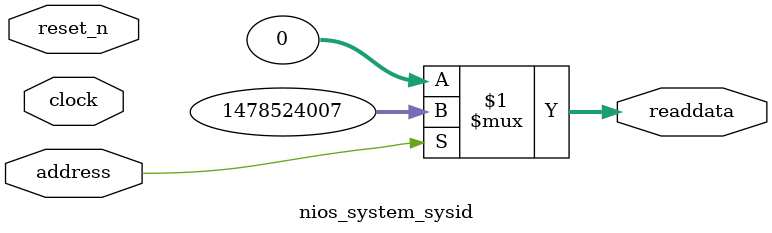
<source format=v>

`timescale 1ns / 1ps
// synthesis translate_on

// turn off superfluous verilog processor warnings 
// altera message_level Level1 
// altera message_off 10034 10035 10036 10037 10230 10240 10030 

module nios_system_sysid (
               // inputs:
                address,
                clock,
                reset_n,

               // outputs:
                readdata
             )
;

  output  [ 31: 0] readdata;
  input            address;
  input            clock;
  input            reset_n;

  wire    [ 31: 0] readdata;
  //control_slave, which is an e_avalon_slave
  assign readdata = address ? 1478524007 : 0;

endmodule




</source>
